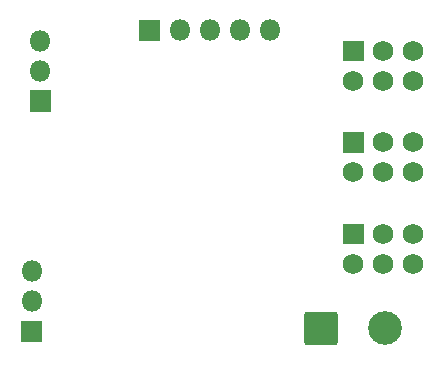
<source format=gbr>
G04 #@! TF.GenerationSoftware,KiCad,Pcbnew,(5.1.8)-1*
G04 #@! TF.CreationDate,2021-08-22T18:59:02-06:00*
G04 #@! TF.ProjectId,LED-Controller,4c45442d-436f-46e7-9472-6f6c6c65722e,rev?*
G04 #@! TF.SameCoordinates,Original*
G04 #@! TF.FileFunction,Soldermask,Bot*
G04 #@! TF.FilePolarity,Negative*
%FSLAX46Y46*%
G04 Gerber Fmt 4.6, Leading zero omitted, Abs format (unit mm)*
G04 Created by KiCad (PCBNEW (5.1.8)-1) date 2021-08-22 18:59:02*
%MOMM*%
%LPD*%
G01*
G04 APERTURE LIST*
%ADD10C,1.752000*%
%ADD11C,2.852000*%
%ADD12O,1.802000X1.802000*%
G04 APERTURE END LIST*
D10*
X153830000Y-91540000D03*
X151290000Y-91540000D03*
X148750000Y-91540000D03*
X153830000Y-89000000D03*
X151290000Y-89000000D03*
G36*
G01*
X147925000Y-88124000D02*
X149575000Y-88124000D01*
G75*
G02*
X149626000Y-88175000I0J-51000D01*
G01*
X149626000Y-89825000D01*
G75*
G02*
X149575000Y-89876000I-51000J0D01*
G01*
X147925000Y-89876000D01*
G75*
G02*
X147874000Y-89825000I0J51000D01*
G01*
X147874000Y-88175000D01*
G75*
G02*
X147925000Y-88124000I51000J0D01*
G01*
G37*
X153830000Y-83790000D03*
X151290000Y-83790000D03*
X148750000Y-83790000D03*
X153830000Y-81250000D03*
X151290000Y-81250000D03*
G36*
G01*
X147925000Y-80374000D02*
X149575000Y-80374000D01*
G75*
G02*
X149626000Y-80425000I0J-51000D01*
G01*
X149626000Y-82075000D01*
G75*
G02*
X149575000Y-82126000I-51000J0D01*
G01*
X147925000Y-82126000D01*
G75*
G02*
X147874000Y-82075000I0J51000D01*
G01*
X147874000Y-80425000D01*
G75*
G02*
X147925000Y-80374000I51000J0D01*
G01*
G37*
X153830000Y-76040000D03*
X151290000Y-76040000D03*
X148750000Y-76040000D03*
X153830000Y-73500000D03*
X151290000Y-73500000D03*
G36*
G01*
X147925000Y-72624000D02*
X149575000Y-72624000D01*
G75*
G02*
X149626000Y-72675000I0J-51000D01*
G01*
X149626000Y-74325000D01*
G75*
G02*
X149575000Y-74376000I-51000J0D01*
G01*
X147925000Y-74376000D01*
G75*
G02*
X147874000Y-74325000I0J51000D01*
G01*
X147874000Y-72675000D01*
G75*
G02*
X147925000Y-72624000I51000J0D01*
G01*
G37*
D11*
X151400000Y-97000000D03*
G36*
G01*
X144574000Y-98166730D02*
X144574000Y-95833270D01*
G75*
G02*
X144833270Y-95574000I259270J0D01*
G01*
X147166730Y-95574000D01*
G75*
G02*
X147426000Y-95833270I0J-259270D01*
G01*
X147426000Y-98166730D01*
G75*
G02*
X147166730Y-98426000I-259270J0D01*
G01*
X144833270Y-98426000D01*
G75*
G02*
X144574000Y-98166730I0J259270D01*
G01*
G37*
D12*
X121500000Y-92170000D03*
X121500000Y-94710000D03*
G36*
G01*
X122401000Y-96400000D02*
X122401000Y-98100000D01*
G75*
G02*
X122350000Y-98151000I-51000J0D01*
G01*
X120650000Y-98151000D01*
G75*
G02*
X120599000Y-98100000I0J51000D01*
G01*
X120599000Y-96400000D01*
G75*
G02*
X120650000Y-96349000I51000J0D01*
G01*
X122350000Y-96349000D01*
G75*
G02*
X122401000Y-96400000I0J-51000D01*
G01*
G37*
X122250000Y-72670000D03*
X122250000Y-75210000D03*
G36*
G01*
X123151000Y-76900000D02*
X123151000Y-78600000D01*
G75*
G02*
X123100000Y-78651000I-51000J0D01*
G01*
X121400000Y-78651000D01*
G75*
G02*
X121349000Y-78600000I0J51000D01*
G01*
X121349000Y-76900000D01*
G75*
G02*
X121400000Y-76849000I51000J0D01*
G01*
X123100000Y-76849000D01*
G75*
G02*
X123151000Y-76900000I0J-51000D01*
G01*
G37*
X141660000Y-71750000D03*
X139120000Y-71750000D03*
X136580000Y-71750000D03*
X134040000Y-71750000D03*
G36*
G01*
X132350000Y-72651000D02*
X130650000Y-72651000D01*
G75*
G02*
X130599000Y-72600000I0J51000D01*
G01*
X130599000Y-70900000D01*
G75*
G02*
X130650000Y-70849000I51000J0D01*
G01*
X132350000Y-70849000D01*
G75*
G02*
X132401000Y-70900000I0J-51000D01*
G01*
X132401000Y-72600000D01*
G75*
G02*
X132350000Y-72651000I-51000J0D01*
G01*
G37*
M02*

</source>
